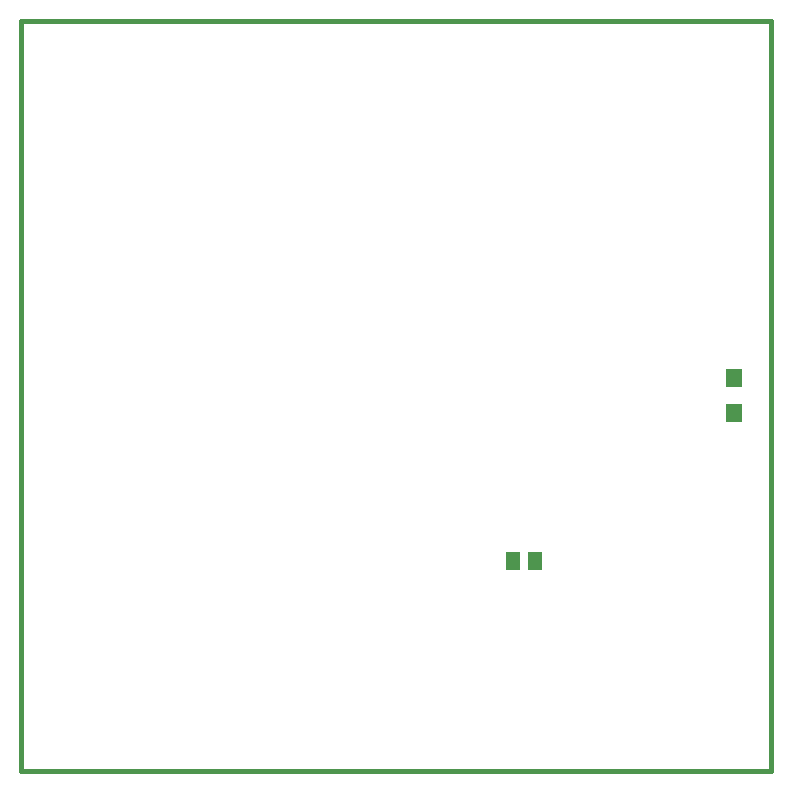
<source format=gbp>
G75*
%MOIN*%
%OFA0B0*%
%FSLAX24Y24*%
%IPPOS*%
%LPD*%
%AMOC8*
5,1,8,0,0,1.08239X$1,22.5*
%
%ADD10C,0.0160*%
%ADD11R,0.0512X0.0591*%
%ADD12R,0.0551X0.0630*%
D10*
X002050Y000180D02*
X002050Y025180D01*
X027050Y025180D01*
X027050Y000180D01*
X002050Y000180D01*
D11*
X018426Y007180D03*
X019174Y007180D03*
D12*
X025800Y012089D03*
X025800Y013271D03*
M02*

</source>
